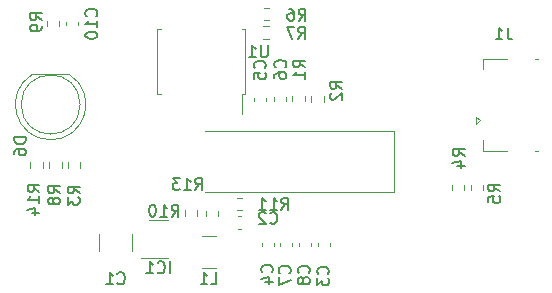
<source format=gbr>
%TF.GenerationSoftware,KiCad,Pcbnew,6.0.0*%
%TF.CreationDate,2022-01-15T13:45:40+01:00*%
%TF.ProjectId,ir_daughter_board,69725f64-6175-4676-9874-65725f626f61,rev?*%
%TF.SameCoordinates,Original*%
%TF.FileFunction,Legend,Bot*%
%TF.FilePolarity,Positive*%
%FSLAX46Y46*%
G04 Gerber Fmt 4.6, Leading zero omitted, Abs format (unit mm)*
G04 Created by KiCad (PCBNEW 6.0.0) date 2022-01-15 13:45:40*
%MOMM*%
%LPD*%
G01*
G04 APERTURE LIST*
%ADD10C,0.150000*%
%ADD11C,0.120000*%
G04 APERTURE END LIST*
D10*
%TO.C,R2*%
X125052380Y-95633333D02*
X124576190Y-95300000D01*
X125052380Y-95061904D02*
X124052380Y-95061904D01*
X124052380Y-95442857D01*
X124100000Y-95538095D01*
X124147619Y-95585714D01*
X124242857Y-95633333D01*
X124385714Y-95633333D01*
X124480952Y-95585714D01*
X124528571Y-95538095D01*
X124576190Y-95442857D01*
X124576190Y-95061904D01*
X124147619Y-96014285D02*
X124100000Y-96061904D01*
X124052380Y-96157142D01*
X124052380Y-96395238D01*
X124100000Y-96490476D01*
X124147619Y-96538095D01*
X124242857Y-96585714D01*
X124338095Y-96585714D01*
X124480952Y-96538095D01*
X125052380Y-95966666D01*
X125052380Y-96585714D01*
%TO.C,R13*%
X112642857Y-104202380D02*
X112976190Y-103726190D01*
X113214285Y-104202380D02*
X113214285Y-103202380D01*
X112833333Y-103202380D01*
X112738095Y-103250000D01*
X112690476Y-103297619D01*
X112642857Y-103392857D01*
X112642857Y-103535714D01*
X112690476Y-103630952D01*
X112738095Y-103678571D01*
X112833333Y-103726190D01*
X113214285Y-103726190D01*
X111690476Y-104202380D02*
X112261904Y-104202380D01*
X111976190Y-104202380D02*
X111976190Y-103202380D01*
X112071428Y-103345238D01*
X112166666Y-103440476D01*
X112261904Y-103488095D01*
X111357142Y-103202380D02*
X110738095Y-103202380D01*
X111071428Y-103583333D01*
X110928571Y-103583333D01*
X110833333Y-103630952D01*
X110785714Y-103678571D01*
X110738095Y-103773809D01*
X110738095Y-104011904D01*
X110785714Y-104107142D01*
X110833333Y-104154761D01*
X110928571Y-104202380D01*
X111214285Y-104202380D01*
X111309523Y-104154761D01*
X111357142Y-104107142D01*
%TO.C,R10*%
X110642857Y-106452380D02*
X110976190Y-105976190D01*
X111214285Y-106452380D02*
X111214285Y-105452380D01*
X110833333Y-105452380D01*
X110738095Y-105500000D01*
X110690476Y-105547619D01*
X110642857Y-105642857D01*
X110642857Y-105785714D01*
X110690476Y-105880952D01*
X110738095Y-105928571D01*
X110833333Y-105976190D01*
X111214285Y-105976190D01*
X109690476Y-106452380D02*
X110261904Y-106452380D01*
X109976190Y-106452380D02*
X109976190Y-105452380D01*
X110071428Y-105595238D01*
X110166666Y-105690476D01*
X110261904Y-105738095D01*
X109071428Y-105452380D02*
X108976190Y-105452380D01*
X108880952Y-105500000D01*
X108833333Y-105547619D01*
X108785714Y-105642857D01*
X108738095Y-105833333D01*
X108738095Y-106071428D01*
X108785714Y-106261904D01*
X108833333Y-106357142D01*
X108880952Y-106404761D01*
X108976190Y-106452380D01*
X109071428Y-106452380D01*
X109166666Y-106404761D01*
X109214285Y-106357142D01*
X109261904Y-106261904D01*
X109309523Y-106071428D01*
X109309523Y-105833333D01*
X109261904Y-105642857D01*
X109214285Y-105547619D01*
X109166666Y-105500000D01*
X109071428Y-105452380D01*
%TO.C,C8*%
X122237274Y-111219933D02*
X122284893Y-111172314D01*
X122332512Y-111029457D01*
X122332512Y-110934219D01*
X122284893Y-110791361D01*
X122189655Y-110696123D01*
X122094417Y-110648504D01*
X121903941Y-110600885D01*
X121761084Y-110600885D01*
X121570608Y-110648504D01*
X121475370Y-110696123D01*
X121380132Y-110791361D01*
X121332512Y-110934219D01*
X121332512Y-111029457D01*
X121380132Y-111172314D01*
X121427751Y-111219933D01*
X121761084Y-111791361D02*
X121713465Y-111696123D01*
X121665846Y-111648504D01*
X121570608Y-111600885D01*
X121522989Y-111600885D01*
X121427751Y-111648504D01*
X121380132Y-111696123D01*
X121332512Y-111791361D01*
X121332512Y-111981838D01*
X121380132Y-112077076D01*
X121427751Y-112124695D01*
X121522989Y-112172314D01*
X121570608Y-112172314D01*
X121665846Y-112124695D01*
X121713465Y-112077076D01*
X121761084Y-111981838D01*
X121761084Y-111791361D01*
X121808703Y-111696123D01*
X121856322Y-111648504D01*
X121951560Y-111600885D01*
X122142036Y-111600885D01*
X122237274Y-111648504D01*
X122284893Y-111696123D01*
X122332512Y-111791361D01*
X122332512Y-111981838D01*
X122284893Y-112077076D01*
X122237274Y-112124695D01*
X122142036Y-112172314D01*
X121951560Y-112172314D01*
X121856322Y-112124695D01*
X121808703Y-112077076D01*
X121761084Y-111981838D01*
%TO.C,U1*%
X118761904Y-91952380D02*
X118761904Y-92761904D01*
X118714285Y-92857142D01*
X118666666Y-92904761D01*
X118571428Y-92952380D01*
X118380952Y-92952380D01*
X118285714Y-92904761D01*
X118238095Y-92857142D01*
X118190476Y-92761904D01*
X118190476Y-91952380D01*
X117190476Y-92952380D02*
X117761904Y-92952380D01*
X117476190Y-92952380D02*
X117476190Y-91952380D01*
X117571428Y-92095238D01*
X117666666Y-92190476D01*
X117761904Y-92238095D01*
%TO.C,L1*%
X113958466Y-112176380D02*
X114434657Y-112176380D01*
X114434657Y-111176380D01*
X113101323Y-112176380D02*
X113672752Y-112176380D01*
X113387038Y-112176380D02*
X113387038Y-111176380D01*
X113482276Y-111319238D01*
X113577514Y-111414476D01*
X113672752Y-111462095D01*
%TO.C,C10*%
X104257142Y-89482142D02*
X104304761Y-89434523D01*
X104352380Y-89291666D01*
X104352380Y-89196428D01*
X104304761Y-89053571D01*
X104209523Y-88958333D01*
X104114285Y-88910714D01*
X103923809Y-88863095D01*
X103780952Y-88863095D01*
X103590476Y-88910714D01*
X103495238Y-88958333D01*
X103400000Y-89053571D01*
X103352380Y-89196428D01*
X103352380Y-89291666D01*
X103400000Y-89434523D01*
X103447619Y-89482142D01*
X104352380Y-90434523D02*
X104352380Y-89863095D01*
X104352380Y-90148809D02*
X103352380Y-90148809D01*
X103495238Y-90053571D01*
X103590476Y-89958333D01*
X103638095Y-89863095D01*
X103352380Y-91053571D02*
X103352380Y-91148809D01*
X103400000Y-91244047D01*
X103447619Y-91291666D01*
X103542857Y-91339285D01*
X103733333Y-91386904D01*
X103971428Y-91386904D01*
X104161904Y-91339285D01*
X104257142Y-91291666D01*
X104304761Y-91244047D01*
X104352380Y-91148809D01*
X104352380Y-91053571D01*
X104304761Y-90958333D01*
X104257142Y-90910714D01*
X104161904Y-90863095D01*
X103971428Y-90815476D01*
X103733333Y-90815476D01*
X103542857Y-90863095D01*
X103447619Y-90910714D01*
X103400000Y-90958333D01*
X103352380Y-91053571D01*
%TO.C,R7*%
X121375466Y-91384380D02*
X121708800Y-90908190D01*
X121946895Y-91384380D02*
X121946895Y-90384380D01*
X121565942Y-90384380D01*
X121470704Y-90432000D01*
X121423085Y-90479619D01*
X121375466Y-90574857D01*
X121375466Y-90717714D01*
X121423085Y-90812952D01*
X121470704Y-90860571D01*
X121565942Y-90908190D01*
X121946895Y-90908190D01*
X121042133Y-90384380D02*
X120375466Y-90384380D01*
X120804038Y-91384380D01*
%TO.C,R11*%
X119946657Y-105862380D02*
X120279990Y-105386190D01*
X120518085Y-105862380D02*
X120518085Y-104862380D01*
X120137133Y-104862380D01*
X120041895Y-104910000D01*
X119994276Y-104957619D01*
X119946657Y-105052857D01*
X119946657Y-105195714D01*
X119994276Y-105290952D01*
X120041895Y-105338571D01*
X120137133Y-105386190D01*
X120518085Y-105386190D01*
X118994276Y-105862380D02*
X119565704Y-105862380D01*
X119279990Y-105862380D02*
X119279990Y-104862380D01*
X119375228Y-105005238D01*
X119470466Y-105100476D01*
X119565704Y-105148095D01*
X118041895Y-105862380D02*
X118613323Y-105862380D01*
X118327609Y-105862380D02*
X118327609Y-104862380D01*
X118422847Y-105005238D01*
X118518085Y-105100476D01*
X118613323Y-105148095D01*
%TO.C,C2*%
X118987266Y-106986342D02*
X119034885Y-107033961D01*
X119177742Y-107081580D01*
X119272980Y-107081580D01*
X119415838Y-107033961D01*
X119511076Y-106938723D01*
X119558695Y-106843485D01*
X119606314Y-106653009D01*
X119606314Y-106510152D01*
X119558695Y-106319676D01*
X119511076Y-106224438D01*
X119415838Y-106129200D01*
X119272980Y-106081580D01*
X119177742Y-106081580D01*
X119034885Y-106129200D01*
X118987266Y-106176819D01*
X118606314Y-106176819D02*
X118558695Y-106129200D01*
X118463457Y-106081580D01*
X118225361Y-106081580D01*
X118130123Y-106129200D01*
X118082504Y-106176819D01*
X118034885Y-106272057D01*
X118034885Y-106367295D01*
X118082504Y-106510152D01*
X118653933Y-107081580D01*
X118034885Y-107081580D01*
%TO.C,R1*%
X121952380Y-93833333D02*
X121476190Y-93500000D01*
X121952380Y-93261904D02*
X120952380Y-93261904D01*
X120952380Y-93642857D01*
X121000000Y-93738095D01*
X121047619Y-93785714D01*
X121142857Y-93833333D01*
X121285714Y-93833333D01*
X121380952Y-93785714D01*
X121428571Y-93738095D01*
X121476190Y-93642857D01*
X121476190Y-93261904D01*
X121952380Y-94785714D02*
X121952380Y-94214285D01*
X121952380Y-94500000D02*
X120952380Y-94500000D01*
X121095238Y-94404761D01*
X121190476Y-94309523D01*
X121238095Y-94214285D01*
%TO.C,IC1*%
X110500990Y-111258780D02*
X110500990Y-110258780D01*
X109453371Y-111163542D02*
X109500990Y-111211161D01*
X109643847Y-111258780D01*
X109739085Y-111258780D01*
X109881942Y-111211161D01*
X109977180Y-111115923D01*
X110024800Y-111020685D01*
X110072419Y-110830209D01*
X110072419Y-110687352D01*
X110024800Y-110496876D01*
X109977180Y-110401638D01*
X109881942Y-110306400D01*
X109739085Y-110258780D01*
X109643847Y-110258780D01*
X109500990Y-110306400D01*
X109453371Y-110354019D01*
X108500990Y-111258780D02*
X109072419Y-111258780D01*
X108786704Y-111258780D02*
X108786704Y-110258780D01*
X108881942Y-110401638D01*
X108977180Y-110496876D01*
X109072419Y-110544495D01*
%TO.C,C5*%
X118517942Y-93878333D02*
X118565561Y-93830714D01*
X118613180Y-93687857D01*
X118613180Y-93592619D01*
X118565561Y-93449761D01*
X118470323Y-93354523D01*
X118375085Y-93306904D01*
X118184609Y-93259285D01*
X118041752Y-93259285D01*
X117851276Y-93306904D01*
X117756038Y-93354523D01*
X117660800Y-93449761D01*
X117613180Y-93592619D01*
X117613180Y-93687857D01*
X117660800Y-93830714D01*
X117708419Y-93878333D01*
X117613180Y-94783095D02*
X117613180Y-94306904D01*
X118089371Y-94259285D01*
X118041752Y-94306904D01*
X117994133Y-94402142D01*
X117994133Y-94640238D01*
X118041752Y-94735476D01*
X118089371Y-94783095D01*
X118184609Y-94830714D01*
X118422704Y-94830714D01*
X118517942Y-94783095D01*
X118565561Y-94735476D01*
X118613180Y-94640238D01*
X118613180Y-94402142D01*
X118565561Y-94306904D01*
X118517942Y-94259285D01*
%TO.C,D6*%
X98302380Y-99751904D02*
X97302380Y-99751904D01*
X97302380Y-99990000D01*
X97350000Y-100132857D01*
X97445238Y-100228095D01*
X97540476Y-100275714D01*
X97730952Y-100323333D01*
X97873809Y-100323333D01*
X98064285Y-100275714D01*
X98159523Y-100228095D01*
X98254761Y-100132857D01*
X98302380Y-99990000D01*
X98302380Y-99751904D01*
X97302380Y-101180476D02*
X97302380Y-100990000D01*
X97350000Y-100894761D01*
X97397619Y-100847142D01*
X97540476Y-100751904D01*
X97730952Y-100704285D01*
X98111904Y-100704285D01*
X98207142Y-100751904D01*
X98254761Y-100799523D01*
X98302380Y-100894761D01*
X98302380Y-101085238D01*
X98254761Y-101180476D01*
X98207142Y-101228095D01*
X98111904Y-101275714D01*
X97873809Y-101275714D01*
X97778571Y-101228095D01*
X97730952Y-101180476D01*
X97683333Y-101085238D01*
X97683333Y-100894761D01*
X97730952Y-100799523D01*
X97778571Y-100751904D01*
X97873809Y-100704285D01*
%TO.C,R3*%
X102848380Y-104487933D02*
X102372190Y-104154600D01*
X102848380Y-103916504D02*
X101848380Y-103916504D01*
X101848380Y-104297457D01*
X101896000Y-104392695D01*
X101943619Y-104440314D01*
X102038857Y-104487933D01*
X102181714Y-104487933D01*
X102276952Y-104440314D01*
X102324571Y-104392695D01*
X102372190Y-104297457D01*
X102372190Y-103916504D01*
X101848380Y-104821266D02*
X101848380Y-105440314D01*
X102229333Y-105106980D01*
X102229333Y-105249838D01*
X102276952Y-105345076D01*
X102324571Y-105392695D01*
X102419809Y-105440314D01*
X102657904Y-105440314D01*
X102753142Y-105392695D01*
X102800761Y-105345076D01*
X102848380Y-105249838D01*
X102848380Y-104964123D01*
X102800761Y-104868885D01*
X102753142Y-104821266D01*
%TO.C,C1*%
X106056666Y-112087142D02*
X106104285Y-112134761D01*
X106247142Y-112182380D01*
X106342380Y-112182380D01*
X106485238Y-112134761D01*
X106580476Y-112039523D01*
X106628095Y-111944285D01*
X106675714Y-111753809D01*
X106675714Y-111610952D01*
X106628095Y-111420476D01*
X106580476Y-111325238D01*
X106485238Y-111230000D01*
X106342380Y-111182380D01*
X106247142Y-111182380D01*
X106104285Y-111230000D01*
X106056666Y-111277619D01*
X105104285Y-112182380D02*
X105675714Y-112182380D01*
X105390000Y-112182380D02*
X105390000Y-111182380D01*
X105485238Y-111325238D01*
X105580476Y-111420476D01*
X105675714Y-111468095D01*
%TO.C,C7*%
X120617408Y-111254933D02*
X120665027Y-111207314D01*
X120712646Y-111064457D01*
X120712646Y-110969219D01*
X120665027Y-110826361D01*
X120569789Y-110731123D01*
X120474551Y-110683504D01*
X120284075Y-110635885D01*
X120141218Y-110635885D01*
X119950742Y-110683504D01*
X119855504Y-110731123D01*
X119760266Y-110826361D01*
X119712646Y-110969219D01*
X119712646Y-111064457D01*
X119760266Y-111207314D01*
X119807885Y-111254933D01*
X119712646Y-111588266D02*
X119712646Y-112254933D01*
X120712646Y-111826361D01*
%TO.C,R8*%
X101192380Y-104468333D02*
X100716190Y-104135000D01*
X101192380Y-103896904D02*
X100192380Y-103896904D01*
X100192380Y-104277857D01*
X100240000Y-104373095D01*
X100287619Y-104420714D01*
X100382857Y-104468333D01*
X100525714Y-104468333D01*
X100620952Y-104420714D01*
X100668571Y-104373095D01*
X100716190Y-104277857D01*
X100716190Y-103896904D01*
X100620952Y-105039761D02*
X100573333Y-104944523D01*
X100525714Y-104896904D01*
X100430476Y-104849285D01*
X100382857Y-104849285D01*
X100287619Y-104896904D01*
X100240000Y-104944523D01*
X100192380Y-105039761D01*
X100192380Y-105230238D01*
X100240000Y-105325476D01*
X100287619Y-105373095D01*
X100382857Y-105420714D01*
X100430476Y-105420714D01*
X100525714Y-105373095D01*
X100573333Y-105325476D01*
X100620952Y-105230238D01*
X100620952Y-105039761D01*
X100668571Y-104944523D01*
X100716190Y-104896904D01*
X100811428Y-104849285D01*
X101001904Y-104849285D01*
X101097142Y-104896904D01*
X101144761Y-104944523D01*
X101192380Y-105039761D01*
X101192380Y-105230238D01*
X101144761Y-105325476D01*
X101097142Y-105373095D01*
X101001904Y-105420714D01*
X100811428Y-105420714D01*
X100716190Y-105373095D01*
X100668571Y-105325476D01*
X100620952Y-105230238D01*
%TO.C,C4*%
X119127542Y-111162133D02*
X119175161Y-111114514D01*
X119222780Y-110971657D01*
X119222780Y-110876419D01*
X119175161Y-110733561D01*
X119079923Y-110638323D01*
X118984685Y-110590704D01*
X118794209Y-110543085D01*
X118651352Y-110543085D01*
X118460876Y-110590704D01*
X118365638Y-110638323D01*
X118270400Y-110733561D01*
X118222780Y-110876419D01*
X118222780Y-110971657D01*
X118270400Y-111114514D01*
X118318019Y-111162133D01*
X118556114Y-112019276D02*
X119222780Y-112019276D01*
X118175161Y-111781180D02*
X118889447Y-111543085D01*
X118889447Y-112162133D01*
%TO.C,R6*%
X121400866Y-89860380D02*
X121734200Y-89384190D01*
X121972295Y-89860380D02*
X121972295Y-88860380D01*
X121591342Y-88860380D01*
X121496104Y-88908000D01*
X121448485Y-88955619D01*
X121400866Y-89050857D01*
X121400866Y-89193714D01*
X121448485Y-89288952D01*
X121496104Y-89336571D01*
X121591342Y-89384190D01*
X121972295Y-89384190D01*
X120543723Y-88860380D02*
X120734200Y-88860380D01*
X120829438Y-88908000D01*
X120877057Y-88955619D01*
X120972295Y-89098476D01*
X121019914Y-89288952D01*
X121019914Y-89669904D01*
X120972295Y-89765142D01*
X120924676Y-89812761D01*
X120829438Y-89860380D01*
X120638961Y-89860380D01*
X120543723Y-89812761D01*
X120496104Y-89765142D01*
X120448485Y-89669904D01*
X120448485Y-89431809D01*
X120496104Y-89336571D01*
X120543723Y-89288952D01*
X120638961Y-89241333D01*
X120829438Y-89241333D01*
X120924676Y-89288952D01*
X120972295Y-89336571D01*
X121019914Y-89431809D01*
%TO.C,R5*%
X138452380Y-104333333D02*
X137976190Y-104000000D01*
X138452380Y-103761904D02*
X137452380Y-103761904D01*
X137452380Y-104142857D01*
X137500000Y-104238095D01*
X137547619Y-104285714D01*
X137642857Y-104333333D01*
X137785714Y-104333333D01*
X137880952Y-104285714D01*
X137928571Y-104238095D01*
X137976190Y-104142857D01*
X137976190Y-103761904D01*
X137452380Y-105238095D02*
X137452380Y-104761904D01*
X137928571Y-104714285D01*
X137880952Y-104761904D01*
X137833333Y-104857142D01*
X137833333Y-105095238D01*
X137880952Y-105190476D01*
X137928571Y-105238095D01*
X138023809Y-105285714D01*
X138261904Y-105285714D01*
X138357142Y-105238095D01*
X138404761Y-105190476D01*
X138452380Y-105095238D01*
X138452380Y-104857142D01*
X138404761Y-104761904D01*
X138357142Y-104714285D01*
%TO.C,R14*%
X99452380Y-104357142D02*
X98976190Y-104023809D01*
X99452380Y-103785714D02*
X98452380Y-103785714D01*
X98452380Y-104166666D01*
X98500000Y-104261904D01*
X98547619Y-104309523D01*
X98642857Y-104357142D01*
X98785714Y-104357142D01*
X98880952Y-104309523D01*
X98928571Y-104261904D01*
X98976190Y-104166666D01*
X98976190Y-103785714D01*
X99452380Y-105309523D02*
X99452380Y-104738095D01*
X99452380Y-105023809D02*
X98452380Y-105023809D01*
X98595238Y-104928571D01*
X98690476Y-104833333D01*
X98738095Y-104738095D01*
X98785714Y-106166666D02*
X99452380Y-106166666D01*
X98404761Y-105928571D02*
X99119047Y-105690476D01*
X99119047Y-106309523D01*
%TO.C,R4*%
X135452380Y-101333333D02*
X134976190Y-101000000D01*
X135452380Y-100761904D02*
X134452380Y-100761904D01*
X134452380Y-101142857D01*
X134500000Y-101238095D01*
X134547619Y-101285714D01*
X134642857Y-101333333D01*
X134785714Y-101333333D01*
X134880952Y-101285714D01*
X134928571Y-101238095D01*
X134976190Y-101142857D01*
X134976190Y-100761904D01*
X134785714Y-102190476D02*
X135452380Y-102190476D01*
X134404761Y-101952380D02*
X135119047Y-101714285D01*
X135119047Y-102333333D01*
%TO.C,C3*%
X123867142Y-111309333D02*
X123914761Y-111261714D01*
X123962380Y-111118857D01*
X123962380Y-111023619D01*
X123914761Y-110880761D01*
X123819523Y-110785523D01*
X123724285Y-110737904D01*
X123533809Y-110690285D01*
X123390952Y-110690285D01*
X123200476Y-110737904D01*
X123105238Y-110785523D01*
X123010000Y-110880761D01*
X122962380Y-111023619D01*
X122962380Y-111118857D01*
X123010000Y-111261714D01*
X123057619Y-111309333D01*
X122962380Y-111642666D02*
X122962380Y-112261714D01*
X123343333Y-111928380D01*
X123343333Y-112071238D01*
X123390952Y-112166476D01*
X123438571Y-112214095D01*
X123533809Y-112261714D01*
X123771904Y-112261714D01*
X123867142Y-112214095D01*
X123914761Y-112166476D01*
X123962380Y-112071238D01*
X123962380Y-111785523D01*
X123914761Y-111690285D01*
X123867142Y-111642666D01*
%TO.C,R9*%
X99652380Y-89833333D02*
X99176190Y-89500000D01*
X99652380Y-89261904D02*
X98652380Y-89261904D01*
X98652380Y-89642857D01*
X98700000Y-89738095D01*
X98747619Y-89785714D01*
X98842857Y-89833333D01*
X98985714Y-89833333D01*
X99080952Y-89785714D01*
X99128571Y-89738095D01*
X99176190Y-89642857D01*
X99176190Y-89261904D01*
X99652380Y-90309523D02*
X99652380Y-90500000D01*
X99604761Y-90595238D01*
X99557142Y-90642857D01*
X99414285Y-90738095D01*
X99223809Y-90785714D01*
X98842857Y-90785714D01*
X98747619Y-90738095D01*
X98700000Y-90690476D01*
X98652380Y-90595238D01*
X98652380Y-90404761D01*
X98700000Y-90309523D01*
X98747619Y-90261904D01*
X98842857Y-90214285D01*
X99080952Y-90214285D01*
X99176190Y-90261904D01*
X99223809Y-90309523D01*
X99271428Y-90404761D01*
X99271428Y-90595238D01*
X99223809Y-90690476D01*
X99176190Y-90738095D01*
X99080952Y-90785714D01*
%TO.C,J1*%
X139083333Y-90452380D02*
X139083333Y-91166666D01*
X139130952Y-91309523D01*
X139226190Y-91404761D01*
X139369047Y-91452380D01*
X139464285Y-91452380D01*
X138083333Y-91452380D02*
X138654761Y-91452380D01*
X138369047Y-91452380D02*
X138369047Y-90452380D01*
X138464285Y-90595238D01*
X138559523Y-90690476D01*
X138654761Y-90738095D01*
%TO.C,C6*%
X120257142Y-93833333D02*
X120304761Y-93785714D01*
X120352380Y-93642857D01*
X120352380Y-93547619D01*
X120304761Y-93404761D01*
X120209523Y-93309523D01*
X120114285Y-93261904D01*
X119923809Y-93214285D01*
X119780952Y-93214285D01*
X119590476Y-93261904D01*
X119495238Y-93309523D01*
X119400000Y-93404761D01*
X119352380Y-93547619D01*
X119352380Y-93642857D01*
X119400000Y-93785714D01*
X119447619Y-93833333D01*
X119352380Y-94690476D02*
X119352380Y-94500000D01*
X119400000Y-94404761D01*
X119447619Y-94357142D01*
X119590476Y-94261904D01*
X119780952Y-94214285D01*
X120161904Y-94214285D01*
X120257142Y-94261904D01*
X120304761Y-94309523D01*
X120352380Y-94404761D01*
X120352380Y-94595238D01*
X120304761Y-94690476D01*
X120257142Y-94738095D01*
X120161904Y-94785714D01*
X119923809Y-94785714D01*
X119828571Y-94738095D01*
X119780952Y-94690476D01*
X119733333Y-94595238D01*
X119733333Y-94404761D01*
X119780952Y-94309523D01*
X119828571Y-94261904D01*
X119923809Y-94214285D01*
D11*
%TO.C,R2*%
X123522500Y-96262742D02*
X123522500Y-96737258D01*
X122477500Y-96262742D02*
X122477500Y-96737258D01*
%TO.C,R13*%
X113548900Y-105946942D02*
X113548900Y-106421458D01*
X114593900Y-105946942D02*
X114593900Y-106421458D01*
%TO.C,R10*%
X112790500Y-106371658D02*
X112790500Y-105897142D01*
X111745500Y-106371658D02*
X111745500Y-105897142D01*
%TO.C,C8*%
X122440132Y-108967180D02*
X122440132Y-108686020D01*
X121420132Y-108967180D02*
X121420132Y-108686020D01*
%TO.C,U1*%
X109447000Y-93319600D02*
X109447000Y-96079600D01*
X116867000Y-90559600D02*
X116592000Y-90559600D01*
X116867000Y-96079600D02*
X116592000Y-96079600D01*
X116867000Y-93319600D02*
X116867000Y-96079600D01*
X109447000Y-96079600D02*
X109722000Y-96079600D01*
X116867000Y-93319600D02*
X116867000Y-90559600D01*
X109447000Y-90559600D02*
X109722000Y-90559600D01*
X109447000Y-93319600D02*
X109447000Y-90559600D01*
X116592000Y-96079600D02*
X116592000Y-97769600D01*
%TO.C,L1*%
X113189736Y-108084000D02*
X114393864Y-108084000D01*
X113189736Y-110804000D02*
X114393864Y-110804000D01*
%TO.C,C10*%
X101690000Y-89959420D02*
X101690000Y-90240580D01*
X102710000Y-89959420D02*
X102710000Y-90240580D01*
%TO.C,R7*%
X118893858Y-91403700D02*
X118419342Y-91403700D01*
X118893858Y-90358700D02*
X118419342Y-90358700D01*
%TO.C,R11*%
X116633258Y-104862100D02*
X116158742Y-104862100D01*
X116633258Y-105907100D02*
X116158742Y-105907100D01*
%TO.C,C2*%
X116535780Y-107469400D02*
X116254620Y-107469400D01*
X116535780Y-106449400D02*
X116254620Y-106449400D01*
%TO.C,R1*%
X120877500Y-96237742D02*
X120877500Y-96712258D01*
X121922500Y-96237742D02*
X121922500Y-96712258D01*
%TO.C,IC1*%
X108724800Y-106756400D02*
X110324800Y-106756400D01*
X110324800Y-109956400D02*
X108024800Y-109956400D01*
%TO.C,C5*%
X117650800Y-96660580D02*
X117650800Y-96379420D01*
X118670800Y-96660580D02*
X118670800Y-96379420D01*
%TO.C,D6*%
X98855000Y-94410000D02*
X101945000Y-94410000D01*
X98855170Y-94410000D02*
G75*
G03*
X100400462Y-99960000I1544830J-2560000D01*
G01*
X100399538Y-99960000D02*
G75*
G03*
X101944830Y-94410000I462J2990000D01*
G01*
X102900000Y-96970000D02*
G75*
G03*
X102900000Y-96970000I-2500000J0D01*
G01*
%TO.C,R3*%
X102922500Y-102337258D02*
X102922500Y-101862742D01*
X101877500Y-102337258D02*
X101877500Y-101862742D01*
%TO.C,C1*%
X107250000Y-107970748D02*
X107250000Y-109393252D01*
X104530000Y-107970748D02*
X104530000Y-109393252D01*
%TO.C,C7*%
X119840266Y-108967180D02*
X119840266Y-108686020D01*
X120860266Y-108967180D02*
X120860266Y-108686020D01*
%TO.C,R8*%
X100277500Y-101862742D02*
X100277500Y-102337258D01*
X101322500Y-101862742D02*
X101322500Y-102337258D01*
%TO.C,C4*%
X119280400Y-108967180D02*
X119280400Y-108686020D01*
X118260400Y-108967180D02*
X118260400Y-108686020D01*
%TO.C,Y1*%
X129480400Y-104353200D02*
X113505400Y-104353200D01*
X129480400Y-99253200D02*
X129480400Y-104353200D01*
X113505400Y-99253200D02*
X129480400Y-99253200D01*
%TO.C,R6*%
X118431542Y-88783900D02*
X118906058Y-88783900D01*
X118431542Y-89828900D02*
X118906058Y-89828900D01*
%TO.C,R5*%
X137022500Y-104237258D02*
X137022500Y-103762742D01*
X135977500Y-104237258D02*
X135977500Y-103762742D01*
%TO.C,R14*%
X98677500Y-102312258D02*
X98677500Y-101837742D01*
X99722500Y-102312258D02*
X99722500Y-101837742D01*
%TO.C,R4*%
X135422500Y-103762742D02*
X135422500Y-104237258D01*
X134377500Y-103762742D02*
X134377500Y-104237258D01*
%TO.C,C3*%
X123000000Y-108967180D02*
X123000000Y-108686020D01*
X124020000Y-108967180D02*
X124020000Y-108686020D01*
%TO.C,R9*%
X101122500Y-89862742D02*
X101122500Y-90337258D01*
X100077500Y-89862742D02*
X100077500Y-90337258D01*
%TO.C,J1*%
X136980000Y-93130000D02*
X139050000Y-93130000D01*
X136750000Y-98300000D02*
X136450000Y-98600000D01*
X136980000Y-100000000D02*
X136980000Y-100870000D01*
X136750000Y-98300000D02*
X136450000Y-98000000D01*
X136980000Y-100870000D02*
X139050000Y-100870000D01*
X141450000Y-100870000D02*
X141700000Y-100870000D01*
X136450000Y-98000000D02*
X136450000Y-98600000D01*
X141450000Y-93130000D02*
X141700000Y-93130000D01*
X136980000Y-93130000D02*
X136980000Y-94000000D01*
%TO.C,C6*%
X120310000Y-96359420D02*
X120310000Y-96640580D01*
X119290000Y-96359420D02*
X119290000Y-96640580D01*
%TD*%
M02*

</source>
